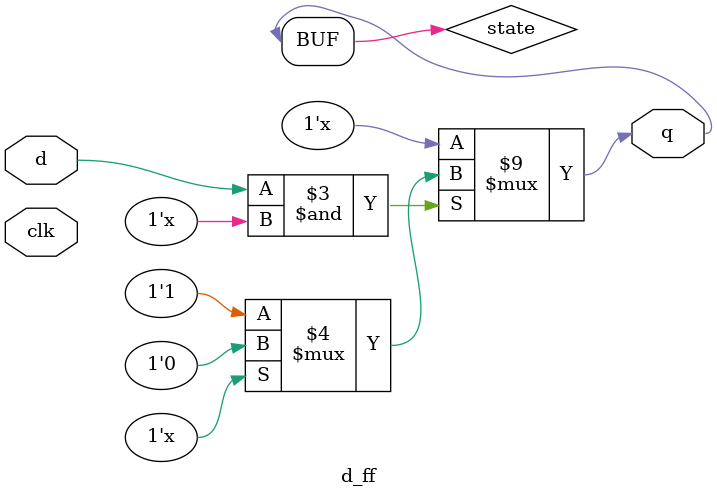
<source format=v>
`timescale 1ns/1ns
module light (x1, x2, clk, f);
	input x1, x2, clk;
	output f;	
	wire w = (x1 & ~x2) | (~x1 & x2); 
	d_ff ff(clk, w, f);	
endmodule

module d_ff 
  (
	input clk, 
	input d,
	output q
  );
 
  reg state = 1'b1;
  reg lck = 1'b0;
  
  assign q = state;
 
  always @*
	begin
		if (d & ~lck)
			begin
				lck <= 1'b1;
			   	state = (state) ? 1'b0 : 1'b1;			  
			end
		else 
			if (~d)
				lck <= 1'b0; 
	end
endmodule


</source>
